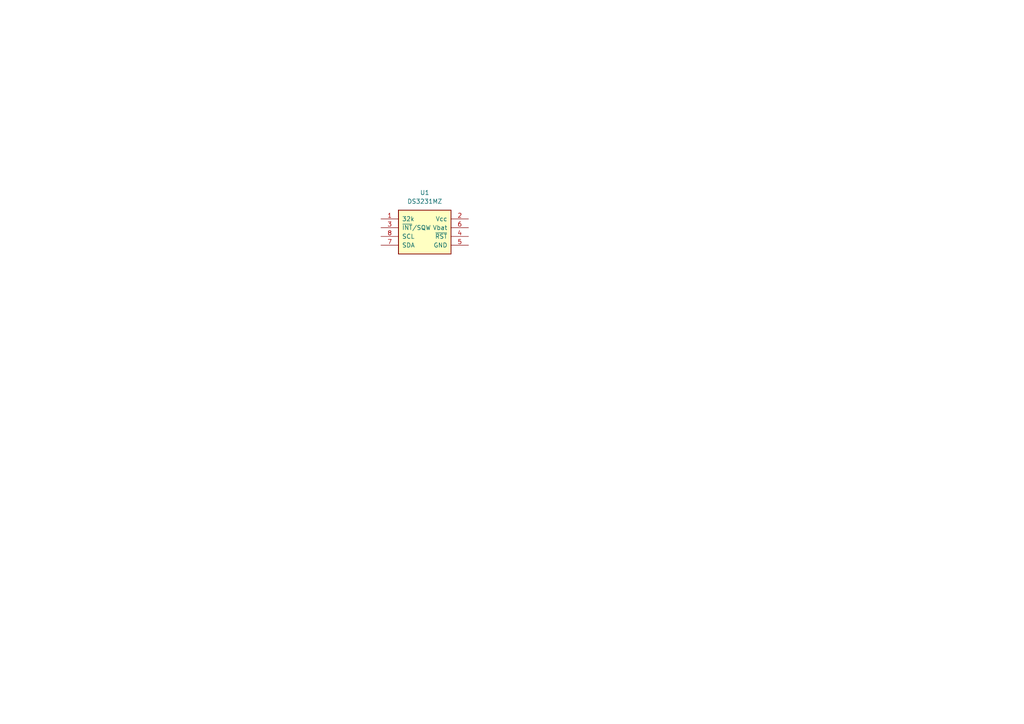
<source format=kicad_sch>
(kicad_sch (version 20230121) (generator eeschema)
  (paper "A4")
  (lib_symbols
    (symbol "GW_Digital:DS3231MZ" (pin_names (offset 1.016))
      (property "Reference" "U" (at 0 7.62 0))
      (property "Value" "DS3231MZ" (at 0 -7.62 0))
      (symbol "DS3231MZ_0_1"
        (rectangle (start -7.62 6.35) (end 7.62 -6.35) (stroke (width 0.254)) (fill (type background)))
      )
      (symbol "DS3231MZ_1_0"
        (pin output line (at -12.7 3.81 0) (length 5.08) (name "32k") (number "1"))
        (pin power_in line (at 12.7 3.81 180) (length 5.08) (name "Vcc") (number "2"))
        (pin output line (at -12.7 1.27 0) (length 5.08) (name "~{INT}/SQW") (number "3"))
        (pin open_collector line (at 12.7 -1.27 180) (length 5.08) (name "~{RST}") (number "4"))
        (pin power_in line (at 12.7 -3.81 180) (length 5.08) (name "GND") (number "5"))
        (pin power_in line (at 12.7 1.27 180) (length 5.08) (name "Vbat") (number "6"))
        (pin bidirectional line (at -12.7 -3.81 0) (length 5.08) (name "SDA") (number "7"))
        (pin input line (at -12.7 -1.27 0) (length 5.08) (name "SCL") (number "8"))
      )
    )
  )
  (symbol (lib_id "GW_Digital:DS3231MZ") (at 123.19 67.31 0) (unit 1)
    (property "Reference" "U1" (at 123.19 55.88 0))
    (property "Value" "DS3231MZ" (at 123.19 58.42 0))
    (property "Footprint" "stdpads:SOIC-8_3.9mm" (effects hide))
  )
)
</source>
